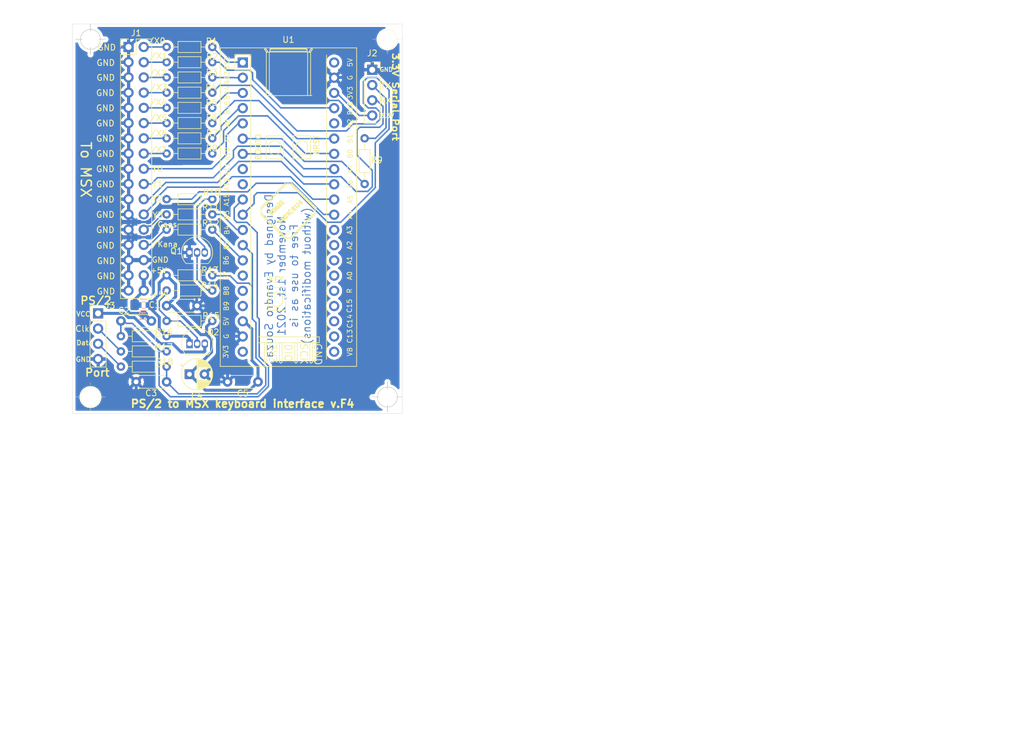
<source format=kicad_pcb>
(kicad_pcb (version 20211014) (generator pcbnew)
  (layers (0 "F.Cu" jumper) (31 "B.Cu" mixed) (34 "B.Paste" user) (35 "F.Paste" user) (36 "B.SilkS" user "B.Silkscreen") (37 "F.SilkS" user "F.Silkscreen") (38 "B.Mask" user) (39 "F.Mask" user) (44 "Edge.Cuts" user))
  (net 0 "")
  (net 1 "GNDD")
  (net 2 "+5VD")
  (net 3 "/X0")
  (net 4 "/X1")
  (net 5 "/X2")
  (net 6 "/X3")
  (net 7 "/X4")
  (net 8 "/X5")
  (net 9 "/X6")
  (net 10 "/X7")
  (net 11 "/PS2DataPin")
  (net 12 "/PS2ClkPin")
  (net 13 "/+5V_PS2_Keyboard")
  (net 14 "/3.3V_Serial_RX")
  (net 15 "/3.3V_Serial_TX")
  (net 16 "Net-(Q1-Pad2)")
  (net 17 "Net-(Q2-Pad2)")
  (net 18 "Net-(U1-Pad20)")
  (net 19 "Net-(U1-Pad26)")
  (net 20 "Net-(U1-Pad25)")
  (net 21 "Net-(U1-Pad24)")
  (net 22 "Net-(U1-Pad23)")
  (net 23 "Net-(U1-Pad22)")
  (net 24 "Net-(U1-Pad21)")
  (net 25 "/Y1")
  (net 26 "/Y0")
  (net 27 "/CapsLed")
  (net 28 "/KanaLed")
  (net 29 "/Y3")
  (net 30 "/Y2")
  (net 31 "/PS2Clk")
  (net 32 "/PS2Data")
  (net 33 "/KanaL")
  (net 34 "/CapsL")
  (net 35 "/X6'")
  (net 36 "/X7'")
  (net 37 "Net-(R10-Pad2)")
  (net 38 "/X1'")
  (net 39 "/X2'")
  (net 40 "/X3'")
  (net 41 "/X4'")
  (net 42 "/X5'")
  (net 43 "Net-(U1-Pad27)")
  (net 44 "Net-(U1-Pad9)")
  (net 45 "Net-(U1-Pad8)")
  (net 46 "Net-(U1-Pad40)")
  (net 47 "Net-(U1-Pad17)")
  (net 48 "Net-(U1-Pad16)")
  (net 49 "Net-(U1-Pad15)")
  (net 50 "Net-(R9-Pad1)")
  (net 51 "Net-(U1-Pad28)")
  (net 52 "Net-(U1-Pad29)")
  (net 53 "Net-(Q1-Pad3)")
  (net 54 "+3V3")
  (net 55 "Net-(F1-Pad2)")
  (net 56 "Net-(U1-Pad36)")
  (net 57 "Net-(R1-Pad2)")
  (footprint "Resistor_THT:R_Axial_DIN0204_L3.6mm_D1.6mm_P7.62mm_Horizontal" (layer "F.Cu") (at 147.32 106.68 180)
    (fp_text reference "R12")
    (fp_text value "10K")
  )
  (footprint "Capacitor_THT:C_Disc_D4.3mm_W1.9mm_P5.00mm" (layer "F.Cu") (at 154.94 132.08 180)
    (fp_text reference "C5")
    (fp_text value "100nF")
  )
  (footprint "Resistor_THT:R_Axial_DIN0204_L3.6mm_D1.6mm_P7.62mm_Horizontal" (layer "F.Cu") (at 147.32 121.92 180)
    (fp_text reference "R15")
    (fp_text value "330K")
  )
  (footprint "Capacitor_THT:C_Disc_D4.3mm_W1.9mm_P5.00mm" (layer "F.Cu") (at 139.7 132.08 180)
    (fp_text reference "C3")
    (fp_text value "220pF")
  )
  (footprint "Resistor_THT:R_Axial_DIN0204_L3.6mm_D1.6mm_P7.62mm_Horizontal" (layer "F.Cu") (at 139.7 129.54 180)
    (fp_text reference "R18")
    (fp_text value "22R")
  )
  (footprint "Capacitor_THT:C_Disc_D4.3mm_W1.9mm_P5.00mm" (layer "F.Cu") (at 139.7 119.38)
    (fp_text reference "C1")
    (fp_text value "100nF")
  )
  (footprint "Capacitor_THT:C_Disc_D4.3mm_W1.9mm_P5.00mm" (layer "F.Cu") (at 132.08 121.92)
    (fp_text reference "C2")
    (fp_text value "220pF")
  )
  (footprint "Resistor_THT:R_Axial_DIN0204_L3.6mm_D1.6mm_P7.62mm_Horizontal" (layer "F.Cu") (at 139.7 81.28)
    (fp_text reference "R3")
    (fp_text value "22R")
  )
  (footprint "Resistor_THT:R_Axial_DIN0204_L3.6mm_D1.6mm_P7.62mm_Horizontal" (layer "F.Cu") (at 139.7 86.36)
    (fp_text reference "R5")
    (fp_text value "22R")
  )
  (footprint "Resistor_THT:R_Axial_DIN0204_L3.6mm_D1.6mm_P7.62mm_Horizontal" (layer "F.Cu") (at 139.7 88.9)
    (fp_text reference "R6")
    (fp_text value "22R")
  )
  (footprint "Resistor_THT:R_Axial_DIN0204_L3.6mm_D1.6mm_P7.62mm_Horizontal" (layer "F.Cu") (at 139.7 91.44)
    (fp_text reference "R7")
    (fp_text value "22R")
  )
  (footprint "Resistor_THT:R_Axial_DIN0204_L3.6mm_D1.6mm_P7.62mm_Horizontal" (layer "F.Cu") (at 139.7 76.2)
    (fp_text reference "R1")
    (fp_text value "22R")
  )
  (footprint "Resistor_THT:R_Axial_DIN0204_L3.6mm_D1.6mm_P7.62mm_Horizontal" (layer "F.Cu") (at 139.7 83.82)
    (fp_text reference "R4")
    (fp_text value "22R")
  )
  (footprint "Resistor_THT:R_Axial_DIN0204_L3.6mm_D1.6mm_P7.62mm_Horizontal" (layer "F.Cu") (at 147.32 101.6 180)
    (fp_text reference "R10")
    (fp_text value "33K")
  )
  (footprint "Resistor_THT:R_Axial_DIN0204_L3.6mm_D1.6mm_P7.62mm_Horizontal" (layer "F.Cu") (at 139.7 116.84)
    (fp_text reference "R14")
    (fp_text value "33K")
  )
  (footprint "Package_TO_SOT_THT:TO-92_Inline" (layer "F.Cu") (at 143.5227 125.73)
    (fp_text reference "Q2")
    (fp_text value "2N2907")
  )
  (footprint "Package_TO_SOT_THT:TO-92_Inline" (layer "F.Cu") (at 143.51 110.49)
    (fp_text reference "Q1")
    (fp_text value "2SC1815")
  )
  (footprint "Resistor_THT:R_Axial_DIN0204_L3.6mm_D1.6mm_P7.62mm_Horizontal" (layer "F.Cu") (at 147.32 104.14 180)
    (fp_text reference "R11")
    (fp_text value "10K")
  )
  (footprint "Resistor_THT:R_Axial_DIN0204_L3.6mm_D1.6mm_P7.62mm_Horizontal" (layer "F.Cu") (at 139.7 114.3)
    (fp_text reference "R13")
    (fp_text value "10K")
  )
  (footprint "Resistor_THT:R_Axial_DIN0204_L3.6mm_D1.6mm_P7.62mm_Horizontal" (layer "F.Cu") (at 139.7 124.46 180)
    (fp_text reference "R16")
    (fp_text value "10K")
  )
  (footprint "MountingHole:MountingHole_2.7mm_M2.5_DIN965" (layer "F.Cu") (at 176.53 134.62)
    (fp_text reference "REF**" hide)
    (fp_text value "MountingHole_2.7mm_M2.5_DIN965")
  )
  (footprint "MountingHole:MountingHole_2.7mm_M2.5_DIN965" (layer "F.Cu") (at 127 134.62)
    (fp_text reference "REF**" hide)
    (fp_text value "MountingHole_2.7mm_M2.5_DIN965")
  )
  (footprint "MountingHole:MountingHole_2.7mm_M2.5_DIN965" (layer "F.Cu") (at 176.53 74.93)
    (fp_text reference "REF**" hide)
    (fp_text value "MountingHole_2.7mm_M2.5_DIN965")
  )
  (footprint "MountingHole:MountingHole_2.7mm_M2.5_DIN965" (layer "F.Cu") (at 127 74.93)
    (fp_text reference "REF**" hide)
    (fp_text value "MountingHole_2.7mm_M2.5_DIN965")
  )
  (footprint "Resistor_THT:R_Axial_DIN0204_L3.6mm_D1.6mm_P7.62mm_Horizontal" (layer "F.Cu") (at 139.7 93.98)
    (fp_text reference "R8")
    (fp_text value "22R")
  )
  (footprint "Capacitor_THT:CP_Radial_D5.0mm_P2.50mm" (layer "F.Cu") (at 143.51 130.81)
    (fp_text reference "C4")
    (fp_text value "47uF x 10V")
  )
  (footprint "BlueBlackPill:BlackPill-minif4_board-1" (layer "F.Cu") (at 152.4 78.7908)
    (fp_text reference "U1")
    (fp_text value "WeAct Studio STM32F401CEU6 V3.0+ (Black Pill)" hide)
  )
  (footprint "Connector_PinSocket_2.54mm:PinSocket_1x04_P2.54mm_Vertical" (layer "F.Cu") (at 173.99 80.01)
    (fp_text reference "J2")
    (fp_text value "Conn_01x04")
  )
  (footprint "Resistor_THT:R_Axial_DIN0204_L3.6mm_D1.6mm_P7.62mm_Horizontal" (layer "F.Cu") (at 172.72 99.06 90)
    (fp_text reference "R9")
    (fp_text value "22R")
  )
  (footprint "Resistor_THT:R_Axial_DIN0204_L3.6mm_D1.6mm_P7.62mm_Horizontal" (layer "F.Cu") (at 139.7 127 180)
    (fp_text reference "R17")
    (fp_text value "22R")
  )
  (footprint "Connector_PinHeader_2.54mm:PinHeader_1x04_P2.54mm_Vertical" (layer "F.Cu") (at 128.27 120.65)
    (fp_text reference "J3")
    (fp_text value "Conn_01x04" hide)
  )
  (footprint "Resistor_THT:R_Axial_DIN0204_L3.6mm_D1.6mm_P7.62mm_Horizontal" (layer "F.Cu") (at 139.7 78.74)
    (fp_text reference "R2")
    (fp_text value "22R")
  )
  (footprint "Connector_PinHeader_2.54mm:PinHeader_2x17_P2.54mm_Vertical" (layer "F.Cu") (at 133.35 76.2)
    (fp_text reference "J1")
    (fp_text value "Conn_02x17_Odd_Even")
  )
  (footprint "BlueBlackPill:Fuse_1206_0603_3216Metric_Pad1.42x1.75mm_HandSolder" (layer "B.Cu") (at 135.85698 119.25554 180)
    (fp_text reference "F1")
    (fp_text value "350mA Polyfuse SMD 0603 or 1206")
  )
  (gr_line (start 124 137.365) (end 179 137.365) (layer "Edge.Cuts") (width 0.05))
  (gr_line (start 124 72.365) (end 124 137.365) (layer "Edge.Cuts") (width 0.05))
  (gr_line (start 179 72.365) (end 124 72.365) (layer "Edge.Cuts") (width 0.05))
  (gr_line (start 179 137.365) (end 179 72.365) (layer "Edge.Cuts") (width 0.05))
  (gr_text "Designed by Evandro Souza\nNovember 1st, 2021\nFree to use as is\n(without modifications)" (at 159.91586 114.4016 90) (layer "B.Cu") (effects (font (size 1.3 1.3)) (justify mirror)))
  (gr_text "GND" (at 129.4765 86.40064) (layer "F.SilkS") (effects (font (size 1 1))))
  (gr_text "GND" (at 129.4765 88.94064) (layer "F.SilkS") (effects (font (size 1 1))))
  (gr_text "GND" (at 129.4765 91.48064) (layer "F.SilkS") (effects (font (size 1 1))))
  (gr_text "GND" (at 129.4765 94.02064) (layer "F.SilkS") (effects (font (size 1 1))))
  (gr_text "GND" (at 129.4765 96.56064) (layer "F.SilkS") (effects (font (size 1 1))))
  (gr_text "GND" (at 129.4765 99.10064) (layer "F.SilkS") (effects (font (size 1 1))))
  (gr_text "GND" (at 129.4765 101.64064) (layer "F.SilkS") (effects (font (size 1 1))))
  (gr_text "GND" (at 129.4765 104.18064) (layer "F.SilkS") (effects (font (size 1 1))))
  (gr_text "GND" (at 129.4765 106.72064) (layer "F.SilkS") (effects (font (size 1 1))))
  (gr_text "GND" (at 129.49682 109.33684) (layer "F.SilkS") (effects (font (size 1 1))))
  (gr_text "GND" (at 129.5781 111.90478) (layer "F.SilkS") (effects (font (size 1 1))))
  (gr_text "GND" (at 129.5781 114.44478) (layer "F.SilkS") (effects (font (size 1 1))))
  (gr_text "GND" (at 129.5781 116.98478) (layer "F.SilkS") (effects (font (size 1 1))))
  (gr_text "To MSX" (at 126.23038 96.6724 -90) (layer "F.SilkS") (effects (font (size 1.7 1.7) (thickness 0.25))))
  (gr_text "VCC" (at 125.79604 120.76938) (layer "F.SilkS") (effects (font (size 0.8 0.8))))
  (gr_text "Clk" (at 125.6538 123.21286) (layer "F.SilkS") (effects (font (size 1 1))))
  (gr_text "Data" (at 126.02972 125.56236) (layer "F.SilkS") (effects (font (size 0.8 0.8))))
  (gr_text "GND" (at 125.79604 128.3335) (layer "F.SilkS") (effects (font (size 0.8 0.8))))
  (gr_text "PS/2" (at 127.90932 118.5164) (layer "F.SilkS") (effects (font (size 1.3 1.3) (thickness 0.25))))
  (gr_text "TX" (at 176.2506 82.65414) (layer "F.SilkS") (effects (font (size 1 1))))
  (gr_text "RX" (at 176.22266 85.1281) (layer "F.SilkS") (effects (font (size 1 1))))
  (gr_text "3.3V Serial Port" (at 177.8508 84.52612 -90) (layer "F.SilkS") (effects (font (size 1 1.2) (thickness 0.25))))
  (gr_text "+5V" (at 138.3538 113.48212) (layer "F.SilkS") (effects (font (size 0.9 0.9))))
  (gr_text "/X0" (at 138.025 75.2) (layer "F.SilkS") (effects (font (size 1 1))))
  (gr_text "/X1" (at 138.40206 77.6732) (layer "F.SilkS") (effects (font (size 1 1))))
  (gr_text "/X2" (at 138.20394 80.55102) (layer "F.SilkS") (effects (font (size 1 1))))
  (gr_text "/X3" (at 138.3538 82.94878) (layer "F.SilkS") (effects (font (size 1 1))))
  (gr_text "/X5" (at 138.3538 88.0237) (layer "F.SilkS") (effects (font (size 1 1))))
  (gr_text "/X6" (at 138.3538 90.61196) (layer "F.SilkS") (effects (font (size 1 1))))
  (gr_text "Y0" (at 138.17346 96.51746) (layer "F.SilkS") (effects (font (size 1 1))))
  (gr_text "Y1" (at 138.176 99.10572) (layer "F.SilkS") (effects (font (size 1 1))))
  (gr_text "Y2" (at 138.176 101.55936) (layer "F.SilkS") (effects (font (size 1 1))))
  (gr_text "Y3" (at 138.23442 104.28224) (layer "F.SilkS") (effects (font (size 1 1))))
  (gr_text "GND" (at 129.54254 78.83906) (layer "F.SilkS") (effects (font (size 1 1))))
  (gr_text "GND" (at 129.54254 81.31556) (layer "F.SilkS") (effects (font (size 1 1))))
  (gr_text "GND" (at 129.4765 83.86064) (layer "F.SilkS") (effects (font (size 1 1))))
  (gr_text "/Caps" (at 137.16254 105.82148) (layer "F.SilkS") (effects (font (size 0.9 0.9)) (justify left)))
  (gr_text "/X7" (at 138.3538 93.34246) (layer "F.SilkS") (effects (font (size 0.9 0.9))))
  (gr_text "/Kana" (at 137.16254 109.12348) (layer "F.SilkS") (effects (font (size 0.9 0.9)) (justify left)))
  (gr_text "3.3V" (at 176.46142 87.67318) (layer "F.SilkS") (effects (font (size 0.7 0.7))))
  (gr_text "/X4" (at 138.303 85.43544) (layer "F.SilkS") (effects (font (size 1 1))))
  (gr_text "GND" (at 176.32934 79.96682) (layer "F.SilkS") (effects (font (size 0.7 0.7))))
  (gr_text "GND" (at 138.63828 111.72444) (layer "F.SilkS") (effects (font (size 0.9 0.9))))
  (gr_text "+5V" (at 138.60018 117.5131) (layer "F.SilkS") (effects (font (size 0.9 0.9))))
  (gr_text "PS/2 to MSX keyboard interface v.F4" (at 152.36698 135.72744) (layer "F.SilkS") (effects (font (size 1.3 1.3) (thickness 0.3))))
  (gr_text "GND" (at 129.71526 76.28128) (layer "F.SilkS") (effects (font (size 1 1))))
  (gr_text "Port" (at 128.143 130.54076) (layer "F.SilkS") (effects (font (size 1.3 1.3) (thickness 0.25))))
  (target plus (at 176.53 134.62) (size 5) (width 0.05) (layer "B.Cu"))
  (target plus (at 127 74.93) (size 5) (width 0.05) (layer "B.Cu"))
  (target plus (at 127 134.62) (size 5) (width 0.05) (layer "F.SilkS"))
  (target plus (at 176.53 74.93) (size 5) (width 0.05) (layer "F.SilkS"))
  (target plus (at 176.53 134.62) (size 5) (width 0.05) (layer "F.SilkS"))
  (target plus (at 127 74.93) (size 5) (width 0.05) (layer "F.SilkS"))
  (target plus (at 176.53 134.62) (size 5) (width 0.05) (layer "Edge.Cuts"))
  (target plus (at 127 74.93) (size 5) (width 0.05) (layer "Edge.Cuts"))
  (segment (start 167.894 76.5175) (end 171.9872 76.5175) (width 0.5) (layer "B.Cu") (net 1))
  (segment (start 171.7567 76.24) (end 171.7675 76.2508) (width 0.5) (layer "B.Cu") (net 1))
  (segment (start 127.6985 118.745) (end 127.6985 114.3) (width 0.5) (layer "B.Cu") (net 1))
  (segment (start 127.6985 109.22) (end 127.6985 104.14) (width 0.5) (layer "B.Cu") (net 1))
  (segment (start 127.6985 104.14) (end 127.6985 99.06) (width 0.5) (layer "B.Cu") (net 1))
  (segment (start 127.6985 99.06) (end 127.6985 88.9) (width 0.5) (layer "B.Cu") (net 1))
  (segment (start 127.6985 88.9) (end 127.6985 83.82) (width 0.5) (layer "B.Cu") (net 1))
  (segment (start 127.6985 114.3) (end 127.6985 109.22) (width 0.5) (layer "B.Cu") (net 1))
  (segment (start 129.6035 132.08) (end 127.0635 129.54) (width 0.5) (layer "B.Cu") (net 1))
  (segment (start 171.5135 130.175) (end 171.5135 130.81) (width 0.5) (layer "B.Cu") (net 1))
  (segment (start 171.5135 128.905) (end 171.5135 130.175) (width 0.5) (layer "B.Cu") (net 1))
  (segment (start 170.561 131.7625) (end 171.5135 130.81) (width 0.5) (layer "B.Cu") (net 1))
  (segment (start 169.291 133.0325) (end 170.561 131.7625) (width 0.5) (layer "B.Cu") (net 1))
  (segment (start 168.3385 133.985) (end 169.291 133.0325) (width 0.5) (layer "B.Cu") (net 1))
  (segment (start 131.5085 133.985) (end 132.1435 134.62) (width 0.5) (layer "B.Cu") (net 1))
  (segment (start 129.6035 132.08) (end 130.7465 133.223) (width 0.5) (layer "B.Cu") (net 1))
  (segment (start 130.7465 133.223) (end 131.5085 133.985) (width 0.5) (layer "B.Cu") (net 1))
  (segment (start 127.0635 129.54) (end 127.0635 131.318) (width 0.5) (layer "B.Cu") (net 1))
  (segment (start 129.9845 133.985) (end 129.8575 134.112) (width 0.5) (layer "B.Cu") (net 1))
  (segment (start 131.5085 133.985) (end 129.9845 133.985) (width 0.5) (layer "B.Cu") (net 1))
  (segment (start 132.1435 134.62) (end 130.3655 134.62) (width 0.5) (layer "B.Cu") (net 1))
  (segment (start 129.8575 134.112) (end 130.3655 134.62) (width 0.5) (layer "B.Cu") (net 1))
  (segment (start 166.9415 135.382) (end 168.3385 133.985) (width 0.5) (layer "B.Cu") (net 1))
  (segment (start 133.32714 81.31556) (end 127.67564 81.31556) (width 0.5) (layer "B.Cu") (net 1))
  (segment (start 133.36016 86.28888) (end 127.70866 86.28888) (width 0.5) (layer "B.Cu") (net 1))
  (segment (start 133.36016 91.48826) (end 127.70866 91.48826) (width 0.5) (layer "B.Cu") (net 1))
  (segment (start 133.36016 96.55556) (end 127.70866 96.55556) (width 0.5) (layer "B.Cu") (net 1))
  (segment (start 133.36016 101.61524) (end 127.70866 101.61524) (width 0.5) (layer "B.Cu") (net 1))
  (segment (start 137.13968 107.94492) (end 137.9855 107.0991) (width 0.7) (layer "B.Cu") (net 1))
  (segment (start 137.9474 107.1499) (end 137.9474 106.1847) (width 0.7) (layer "B.Cu") (net 1))
  (segment (start 137.9474 106.15676) (end 138.6205 105.48366) (width 0.7) (layer "B.Cu") (net 1))
  (segment (start 135.382 105.41) (end 136.398 105.41) (width 0.4) (layer "B.Cu") (net 1))
  (segment (start 133.31698 109.23016) (end 134.58698 107.96016) (width 0.5) (layer "B.Cu") (net 1))
  (segment (start 134.55904 107.95) (end 133.28904 106.68) (width 0.5) (layer "B.Cu") (net 1))
  (segment (start 133.33222 106.67492) (end 134.60222 105.40492) (width 0.5) (layer "B.Cu") (net 1))
  (segment (start 134.61238 105.39476) (end 133.34238 104.12476) (width 0.5) (layer "B.Cu") (net 1))
  (segment (start 127.6985 80.09636) (end 131.59486 76.2) (width 0.5) (layer "B.Cu") (net 1))
  (segment (start 169.86758 78.4225) (end 169.8625 78.42758) (width 0.5) (layer "B.Cu") (net 1))
  (segment (start 149.86 132.08) (end 149.86 127.45974) (width 0.5) (layer "B.Cu") (net 1))
  (segment (start 169.1386 85.8647) (end 169.1386 88.39454) (width 0.25) (layer "B.Cu") (net 1))
  (segment (start 160.274 133.2992) (end 160.3248 133.35) (width 0.5) (layer "B.Cu") (net 1))
  (segment (start 137.541 104.6226) (end 137.541 103.9368) (width 0.7) (layer "B.Cu") (net 1))
  (segment (start 143.425 111.75) (end 135.87961 111.75) (width 0.7) (layer "B.Cu") (net 1))
  (segment (start 133.35 78.74) (end 133.3373 78.7527) (width 0.5) (layer "B.Cu") (net 1))
  (segment (start 173.99 80.01) (end 174.66818 80.01) (width 0.5) (layer "B.Cu") (net 1))
  (segment (start 135.255 74.295) (end 169.7863 74.295) (width 0.5) (layer "B.Cu") (net 1))
  (segment (start 145.58264 114.88928) (end 145.58264 113.03) (width 0.5) (layer "B.Cu") (net 1))
  (segment (start 135.32104 107.95) (end 136.63676 107.95) (width 0.4) (layer "B.Cu") (net 1))
  (segment (start 145.86458 105.41508) (end 148.54936 105.41508) (width 0.5) (layer "B.Cu") (net 1))
  (segment (start 131.5085 133.985) (end 133.921502 136.398) (width 0.5) (layer "B.Cu") (net 1))
  (segment (start 146.6342 102.87) (end 148.68144 102.87) (width 0.5) (layer "B.Cu") (net 1))
  (segment (start 127.68072 116.84) (end 133.35 116.84) (width 0.5) (layer "B.Cu") (net 1))
  (segment (start 169.7863 74.295) (end 169.8117 74.3204) (width 0.5) (layer "B.Cu") (net 1))
  (segment (start 138.5951 105.5116) (end 138.6967 105.41) (width 0.7) (layer "B.Cu") (net 1))
  (segment (start 169.8625 81.2165) (end 169.799 81.28) (width 0.5) (layer "B.Cu") (net 1))
  (segment (start 163.9824 129.54) (end 171.5135 129.54) (width 0.5) (layer "B.Cu") (net 1))
  (segment (start 127.6985 83.82) (end 127.6985 80.09636) (width 0.5) (layer "B.Cu") (net 1))
  (segment (start 171.5135 130.81) (end 171.45 130.7465) (width 0.5) (layer "B.Cu") (net 1))
  (segment (start 166.72052 85.12302) (end 168.39692 85.12302) (width 0.25) (layer "B.Cu") (net 1))
  (segment (start 130.90652 105.42016) (end 130.9243 105.40238) (width 0.7) (layer "B.Cu") (net 1))
  (segment (start 134.62 132.08) (end 134.62 133.35) (width 0.5) (layer "B.Cu") (net 1))
  (segment (start 133.35 83.82) (end 127.6985 83.82) (width 0.5) (layer "B.Cu") (net 1))
  (segment (start 144.7 119.38) (end 144.7 116.92128) (width 0.5) (layer "B.Cu") (net 1))
  (segment (start 126.38786 128.86436) (end 127.0635 129.54) (width 0.5) (layer "B.Cu") (net 1))
  (segment (start 145.86966 107.53344) (end 145.86966 103.63454) (width 0.5) (layer "B.Cu") (net 1))
  (segment (start 130.82524 104.13492) (end 130.82016 104.14) (width 0.5) (layer "B.Cu") (net 1))
  (segment (start 133.9215 136.398) (end 133.985 136.398) (width 0.5) (layer "B.Cu") (net 1))
  (segment (start 133.35 114.3) (end 127.6985 114.3) (width 0.5) (layer "B.Cu") (net 1))
  (segment (start 132.1435 134.62) (end 133.9215 136.398) (width 0.5) (layer "B.Cu") (net 1))
  (segment (start 170.18508 78.74) (end 169.86758 78.4225) (width 0.5) (layer "B.Cu") (net 1))
  (segment (start 130.8481 78.7908) (end 130.8481 78.7019) (width 0.5) (layer "B.Cu") (net 1))
  (segment (start 127.70866 81.84134) (end 127.70866 81.84896) (width 0.5) (layer "B.Cu") (net 1))
  (segment (start 165.735 74.3115) (end 169.88282 78.45932) (width 0.5) (layer "B.Cu") (net 1))
  (segment (start 150.55596 124.45492) (end 150.56104 124.46) (width 0.5) (layer "B.Cu") (net 1))
  (segment (start 159.2072 134.366) (end 167.8305 134.366) (width 0.5) (layer "B.Cu") (net 1))
  (segment (start 130.8989 107.95508) (end 135.1915 107.95508) (width 0.7) (layer "B.Cu") (net 1))
  (segment (start 157.1244 136.398) (end 156.3624 136.398) (width 0.5) (layer "B.Cu") (net 1))
  (segment (start 137.16 121.92) (end 135.884978 120.644978) (width 0.5) (layer "B.Cu") (net 1))
  (segment (start 136.74344 105.41762) (end 137.5283 104.63276) (width 0.7) (layer "B.Cu") (net 1))
  (segment (start 167.64 81.3308) (end 165.9636 83.0072) (width 0.25) (layer "B.Cu") (net 1))
  (segment (start 135.884978 120.644978) (end 133.596438 120.644978) (width 0.5) (layer "B.Cu") (net 1))
  (segment (start 128.68275 132.93725) (end 129.8575 134.112) (width 0.5) (layer "B.Cu") (net 1))
  (segment (start 131.59486 76.2) (end 133.35 76.2) (width 0.5) (layer "B.Cu") (net 1))
  (segment (start 130.81 77.04328) (end 130.81 119.0625) (width 0.5) (layer "B.Cu") (net 1))
  (segment (start 129.6035 132.08) (end 128.74625 132.93725) (width 0.5) (layer "B.Cu") (net 1))
  (segment (start 138.6967 105.41) (end 141.9606 105.41) (width 0.7) (layer "B.Cu") (net 1))
  (segment (start 143.51 115.73128) (end 143.51 105.42016) (width 0.5) (layer "B.Cu") (net 1))
  (segment (start 133.95198 104.14) (end 133.477 104.14) (width 0.25) (layer "B.Cu") (net 1))
  (segment (start 133.35 76.2) (end 135.255 74.295) (width 0.5) (layer "B.Cu") (net 1))
  (segment (start 146.01 130.81) (end 147.28 132.08) (width 0.5) (layer "B.Cu") (net 1))
  (segment (start 171.45 130.7465) (end 171.45 129.67) (width 0.5) (layer "B.Cu") (net 1))
  (segment (start 127.6985 118.745) (end 126.95936 118.745) (width 0.5) (layer "B.Cu") (net 1))
  (segment (start 149.86 127.45974) (end 150.55342 126.76632) (width 0.5) (layer "B.Cu") (net 1))
  (segment (start 130.8481 78.7019) (end 127.70866 81.84134) (width 0.5) (layer "B.Cu") (net 1))
  (segment (start 150.5585 126.76124) (end 150.5585 122.8217) (width 0.5) (layer "B.Cu") (net 1))
  (segment (start 127.67056 116.82984) (end 127.68072 116.84) (width 0.5) (layer "B.Cu") (net 1))
  (segment (start 171.45 78.74) (end 170.18508 78.74) (width 0.5) (layer "B.Cu") (net 1))
  (segment (start 150.5585 122.8217) (end 149.2758 121.539) (width 0.5) (layer "B.Cu") (net 1))
  (segment (start 143.51 104.42702) (end 141.95298 102.87) (width 0.5) (layer "B.Cu") (net 1))
  (segment (start 174.66818 80.01) (end 177.61712 82.95894) (width 0.5) (layer "B.Cu") (net 1))
  (segment (start 146.29336 115.6) (end 145.58264 114.88928) (width 0.5) (layer "B.Cu") (net 1))
  (segment (start 165.735 74.295) (end 165.735 74.3115) (width 0.5) (layer "B.Cu") (net 1))
  (segment (start 147.80768 109.39526) (end 147.73148 109.39526) (width 0.5) (layer "B.Cu") (net 1))
  (segment (start 162.3568 131.191) (end 171.0055 131.191) (width 0.5) (layer "B.Cu") (net 1))
  (segment (start 135.89 136.26084) (end 133.82752 134.19836) (width 0.5) (layer "B.Cu") (net 1))
  (segment (start 152.3492 124.46) (end 152.4 124.5108) (width 0.5) (layer "B.Cu") (net 1))
  (segment (start 169.8625 78.42758) (end 169.8625 83.439) (width 0.5) (layer "B.Cu") (net 1))
  (segment (start 127.0635 131.318) (end 128.68275 132.93725) (width 0.5) (layer "B.Cu") (net 1))
  (segment (start 129.0447 78.7527) (end 127.6985 80.0989) (width 0.5) (layer "B.Cu") (net 1))
  (segment (start 135.89 136.398) (end 135.89 136.26084) (width 0.5) (layer "B.Cu") (net 1))
  (segment (start 145.86966 103.63454) (end 146.6342 102.87) (width 0.5) (layer "B.Cu") (net 1))
  (segment (start 130.90652 107.94746) (end 130.8989 107.95508) (width 0.7) (layer "B.Cu") (net 1))
  (segment (start 171.8945 76.3778) (end 171.8945 78.74) (width 0.5) (layer "B.Cu") (net 1))
  (segment (start 143.51 105.42016) (end 143.51 104.42702) (width 0.5) (layer "B.Cu") (net 1))
  (segment (start 132.08 136.398) (end 141.478 136.398) (width 0.5) (layer "B.Cu") (net 1))
  (segment (start 163.322 130.2004) (end 163.3474 130.175) (width 0.5) (layer "B.Cu") (net 1))
  (segment (start 160.3248 133.35) (end 168.9735 133.35) (width 0.5) (layer "B.Cu") (net 1))
  (segment (start 144.7 116.92128) (end 143.51 115.73128) (width 0.5) (layer "B.Cu") (net 1))
  (segment (start 127.71374 93.98) (end 127.70358 93.96984) (width 0.5) (layer "B.Cu") (net 1))
  (segment (start 136.51992 105.41762) (end 136.74344 105.41762) (width 0.7) (layer "B.Cu") (net 1))
  (segment (start 133.921502 136.398) (end 138.43 136.398) (width 0.5) (layer "B.Cu") (net 1))
  (segment (start 161.3154 132.207) (end 170.1165 132.207) (width 0.5) (layer "B.Cu") (net 1))
  (segment (start 133.45668 107.95254) (end 133.4135 107.90936) (width 0.7) (layer "B.Cu") (net 1))
  (segment (start 141.478 136.398) (end 165.862 136.398) (width 0.5) (layer "B.Cu") (net 1))
  (segment (start 133.35 134.62) (end 132.1435 134.62) (width 0.5) (layer "B.Cu") (net 1))
  (segment (start 130.83032 77.02296) (end 130.81 77.04328) (width 0.5) (layer "B.Cu") (net 1))
  (segment (start 130.82016 104.14) (end 127.6985 104.14) (width 0.5) (layer "B.Cu") (net 1))
  (segment (start 165.862 136.398) (end 166.878 135.382) (width 0.5) (layer "B.Cu") (net 1))
  (segment (start 133.35 93.98) (end 127.71374 93.98) (width 0.5) (layer "B.Cu") (net 1))
  (segment (start 171.1071 75.565) (end 171.1325 75.5904) (width 0.5) (layer "B.Cu") (net 1))
  (segment (start 161.29 132.2324) (end 161.3154 132.207) (width 0.5) (layer "B.Cu") (net 1))
  (segment (start 173.99 78.4479) (end 173.99 80.01) (width 0.5) (layer "B.Cu") (net 1))
  (segment (start 169.799 74.295) (end 169.8371 74.295) (width 0.5) (layer "B.Cu") (net 1))
  (segment (start 147.73148 109.39526) (end 145.86966 107.53344) (width 0.5) (layer "B.Cu") (net 1))
  (segment (start 165.9636 84.3661) (end 166.72052 85.12302) (width 0.25) (layer "B.Cu") (net 1))
  (segment (start 147.80768 110.80496) (end 147.80768 109.39526) (width 0.5) (layer "B.Cu") (net 1))
  (segment (start 133.596438 120.644978) (end 131.72186 118.7704) (width 0.5) (layer "B.Cu") (net 1))
  (segment (start 133.35 109.22) (end 127.6985 109.22) (width 0.5) (layer "B.Cu") (net 1))
  (segment (start 168.39692 85.12302) (end 169.1386 85.8647) (width 0.25) (layer "B.Cu") (net 1))
  (segment (start 130.3655 134.62) (end 132.1435 136.398) (width 0.5) (layer "B.Cu") (net 1))
  (segment (start 169.799 81.28) (end 167.7035 81.28) (width 0.5) (layer "B.Cu") (net 1))
  (segment (start 132.1435 136.398) (end 132.207 136.398) (width 0.5) (layer "B.Cu") (net 1))
  (segment (start 147.28 132.08) (end 149.86 132.08) (width 0.5) (layer "B.Cu") (net 1))
  (segment (start 147.1368 119.4) (end 144.72 119.4) (width 0.5) (layer "B.Cu") (net 1))
  (segment (start 136.49198 107.95254) (end 137.11428 107.95254) (width 0.7) (layer "B.Cu") (net 1))
  (segment (start 127.6985 80.0989) (end 127.6985 116.84) (width 0.5) (layer "B.Cu") (net 1))
  (segment (start 141.9606 105.41) (end 143.49984 105.41) (width 0.5) (layer "B.Cu") (net 1))
  (segment (start 149.2758 121.539) (end 147.1368 119.4) (width 0.5) (layer "B.Cu") (net 1))
  (segment (start 131.72186 118.7704) (end 127.7239 118.7704) (width 0.5) (layer "B.Cu") (net 1))
  (segment (start 149.2758 121.539) (end 149.2758 116.5758) (width 0.5) (layer "B.Cu") (net 1))
  (segment (start 151.8285 74.295) (end 151.892 74.295) (width 0.5) (layer "B.Cu") (net 1))
  (segment (start 166.8145 135.382) (end 158.1404 135.382) (width 0.5) (layer "B.Cu") (net 1))
  (segment (start 128.74625 132.93725) (end 128.68275 132.93725) (width 0.5) (layer "B.Cu") (net 1))
  (segment (start 133.35 88.9) (end 127.6985 88.9) (width 0.5) (layer "B.Cu") (net 1))
  (segment (start 163.9824 129.54) (end 157.1244 136.398) (width 0.5) (layer "B.Cu") (net 1))
  (segment (start 165.9636 83.0072) (end 165.9636 84.3661) (width 0.25) (layer "B.Cu") (net 1))
  (segment (start 127.8128 111.76) (end 135.89 111.76) (width 0.7) (layer "B.Cu") (net 1))
  (segment (start 150.56104 124.46) (end 152.3492 124.46) (width 0.5) (layer "B.Cu") (net 1))
  (segment (start 177.61712 82.95894) (end 177.61712 92.83446) (width 0.5) (layer "B.Cu") (net 1))
  (segment (start 148.3 115.6) (end 146.29336 115.6) (width 0.5) (layer "B.Cu") (net 1))
  (segment (start 127.7239 118.7704) (end 127.6985 118.745) (width 0.5) (layer "B.Cu") (net 1))
  (segment (start 145.58264 113.03) (end 147.80768 110.80496) (width 0.5) (layer "B.Cu") (net 1))
  (segment (start 133.3373 78.7527) (end 129.0447 78.7527) (width 0.5) (layer "B.Cu") (net 1))
  (segment (start 143.41094 110.47984) (end 143.40078 110.49) (width 0.7) (layer "B.Cu") (net 1))
  (segment (start 137.541 103.9368) (end 138.5951 102.8827) (width 0.7) (layer "B.Cu") (net 1))
  (segment (start 126.3904 119.31396) (end 126.3904 120.05056) (width 0.5) (layer "B.Cu") (net 1))
  (segment (start 126.95936 118.745) (end 126.3904 119.31396) (width 0.5) (layer "B.Cu") (net 1))
  (segment (start 130.9243 105.40238) (end 135.21182 105.40238) (width 0.7) (layer "B.Cu") (net 1))
  (segment (start 149.2758 116.5758) (end 148.3 115.6) (width 0.5) (layer "B.Cu") (net 1))
  (segment (start 126.38786 120.0531) (end 126.38786 128.86436) (width 0.5) (layer "B.Cu") (net 1))
  (segment (start 133.35 99.06) (end 127.6985 99.06) (width 0.5) (layer "B.Cu") (net 1))
  (segment (start 138.6332 102.87) (end 141.9606 102.87) (width 0.7) (layer "B.Cu") (net 1))
  (segment (start 143.49984 105.41) (end 143.51 105.42016) (width 0.5) (layer "B.Cu") (net 1))
  (segment (start 144.72 119.4) (end 144.7 119.38) (width 0.5) (layer "B.Cu") (net 1))
  (segment (start 134.62 133.35) (end 133.35 134.62) (width 0.5) (layer "B.Cu") (net 1))
  (segment (start 164.0332 129.54) (end 163.9824 129.54) (width 0.5) (layer "B.Cu") (net 1))
  (segment (start 126.3904 120.05056) (end 126.38786 120.0531) (width 0.5) (layer "B.Cu") (net 1))
  (segment (start 128.27 128.27) (end 128.27 130.81) (width 0.5) (layer "B.Cu") (net 1))
  (segment (start 127.8001 111.7473) (end 127.8128 111.76) (width 0.7) (layer "B.Cu") (net 1))
  (segment (start 135.2931 107.95508) (end 135.25246 107.91444) (width 0.6) (layer "B.Cu") (net 1))
  (segment (start 169.8371 74.295) (end 173.99 78.4479) (width 0.5) (layer "B.Cu") (net 1))
  (segment (start 137.0965 136.398) (end 137.16 136.398) (width 0.5) (layer "B.Cu") (net 1))
  (segment (start 136.42848 119.25808) (end 137.34194 119.25808) (width 0.25) (layer "B.Cu") (net 2))
  (segment (start 147.193 125.01118) (end 147.193 127.127) (width 0.5) (layer "B.Cu") (net 2))
  (segment (start 139.7 124.46) (end 138.47826 123.23826) (width 0.5) (layer "B.Cu") (net 2))
  (segment (start 138.47064 121.27484) (end 137.24128 120.04548) (width 0.5) (layer "B.Cu") (net 2))
  (segment (start 137.24128 120.04548) (end 137.24128 118.76024) (width 0.5) (layer "B.Cu") (net 2))
  (segment (start 141.2 115.8) (end 141.2 117.88) (width 0.5) (layer "B.Cu") (net 2))
  (segment (start 147.32 121.92) (end 146.35988 122.88012) (width 0.5) (layer "B.Cu") (net 2))
  (segment (start 137.24128 118.76024) (end 138.45794 117.54358) (width 0.5) (layer "B.Cu") (net 2))
  (segment (start 138.45794 115.54206) (end 139.7 114.3) (width 0.5) (layer "B.Cu") (net 2))
  (segment (start 146.35988 122.88012) (end 146.35988 124.19838) (width 0.5) (layer "B.Cu") (net 2))
  (segment (start 143.51 130.81) (end 143.51 130.81762) (width 0.5) (layer "B.Cu") (net 2))
  (segment (start 153.9113 123.2281) (end 152.6032 121.92) (width 0.5) (layer "B.Cu") (net 2))
  (segment (start 143.5227 125.73) (end 143.5227 124.90196) (width 0.5) (layer "B.Cu") (net 2))
  (segment (start 141.2 117.88) (end 139.7 119.38) (width 0.5) (layer "B.Cu") (net 2))
  (segment (start 138.45794 117.54358) (end 138.45794 115.54206) (width 0.5) (layer "B.Cu") (net 2))
  (segment (start 146.37512 124.1933) (end 147.193 125.01118) (width 0.5) (layer "B.Cu") (net 2))
  (segment (start 139.7 119.38) (end 140.60678 119.38) (width 0.5) (layer "B.Cu") (net 2))
  (segment (start 137.34194 119.25808) (end 137.34448 119.25554) (width 0.25) (layer "B.Cu") (net 2))
  (segment (start 143.5227 124.90196) (end 143.08074 124.46) (width 0.5) (layer "B.Cu") (net 2))
  (segment (start 146.16938 133.477) (end 153.543 133.477) (width 0.5) (layer "B.Cu") (net 2))
  (segment (start 146.1389 124.1933) (end 146.37512 124.1933) (width 0.5) (layer "B.Cu") (net 2))
  (segment (start 140.60678 119.38) (end 145.42262 124.19584) (width 0.5) (layer "B.Cu") (net 2))
  (segment (start 143.08074 124.46) (end 139.7 124.46) (width 0.5) (layer "B.Cu") (net 2))
  (segment (start 151.229999 133.477) (end 146.812 133.477) (width 0.5) (layer "B.Cu") (net 2))
  (segment (start 154.94 132.08) (end 154.94 129.54) (width 0.5) (layer "B.Cu") (net 2))
  (segment (start 154.94 129.54) (end 153.9113 128.5113) (width 0.5) (layer "B.Cu") (net 2))
  (segment (start 153.9113 128.5113) (end 153.9113 123.2281) (width 0.5) (layer "B.Cu") (net 2))
  (segment (start 147.193 127.127) (end 143.51 130.81) (width 0.5) (layer "B.Cu") (net 2))
  (segment (start 152.6032 121.92) (end 152.52851 121.92) (width 0.5) (layer "B.Cu") (net 2))
  (segment (start 138.47826 123.23826) (end 138.47826 121.28754) (width 0.5) (layer "B.Cu") (net 2))
  (segment (start 145.42262 124.19584) (end 146.13382 124.19584) (width 0.5) (layer "B.Cu") (net 2))
  (segment (start 143.51 130.81762) (end 146.16938 133.477) (width 0.5) (layer "B.Cu") (net 2))
  (segment (start 139.7 114.3) (end 141.2 115.8) (width 0.5) (layer "B.Cu") (net 2))
  (segment (start 153.543 133.477) (end 154.94 132.08) (width 0.5) (layer "B.Cu") (net 2))
  (segment (start 135.89 76.2) (end 139.7 76.2) (width 0.25) (layer "B.Cu") (net 3))
  (segment (start 139.7 78.74) (end 135.89 78.74) (width 0.25) (layer "B.Cu") (net 4))
  (segment (start 135.89 81.28) (end 139.7 81.28) (width 0.25) (layer "B.Cu") (net 5))
  (segment (start 139.7 83.82) (end 135.89 83.82) (width 0.25) (layer "B.Cu") (net 6))
  (segment (start 135.89 86.36) (end 139.7 86.36) (width 0.25) (layer "B.Cu") (net 7))
  (segment (start 139.7 88.9) (end 135.89 88.9) (width 0.25) (layer "B.Cu") (net 8))
  (segment (start 135.89 91.44) (end 139.7 91.44) (width 0.25) (layer "B.Cu") (net 9))
  (segment (start 135.89 93.98) (end 139.7 93.98) (width 0.25) (layer "B.Cu") (net 10))
  (segment (start 132.08 129.54) (end 128.27 125.73) (width 0.25) (layer "B.Cu") (net 11))
  (segment (start 128.27 123.19) (end 132.08 127) (width 0.25) (layer "B.Cu") (net 12))
  (segment (start 146.0627 126.98) (end 145.94618 127.09652) (width 0.5) (layer "B.Cu") (net 13))
  (segment (start 132.611496 120.65) (end 128.27 120.65) (width 0.5) (layer "B.Cu") (net 13))
  (segment (start 146.0627 125.73) (end 146.0627 126.98) (width 0.5) (layer "B.Cu") (net 13))
  (segment (start 138.684 125.71984) (end 134.309149 121.344989) (width 0.5) (layer "B.Cu") (net 13))
  (segment (start 140.71854 125.71984) (end 138.684 125.71984) (width 0.5) (layer "B.Cu") (net 13))
  (segment (start 134.309149 121.344989) (end 133.306484 121.344989) (width 0.5) (layer "B.Cu") (net 13))
  (segment (start 133.306484 121.344989) (end 132.611496 120.65) (width 0.5) (layer "B.Cu") (net 13))
  (segment (start 142.09522 127.09652) (end 140.71854 125.71984) (width 0.5) (layer "B.Cu") (net 13))
  (segment (start 145.94618 127.09652) (end 142.09522 127.09652) (width 0.5) (layer "B.Cu") (net 13))
  (segment (start 175.7807 89.04224) (end 175.7807 86.12378) (width 0.25) (layer "B.Cu") (net 14))
  (segment (start 168.81602 97.8408) (end 168.81856 97.84334) (width 0.25) (layer "B.Cu") (net 14))
  (segment (start 171.25696 100.29952) (end 173.2407 100.29952) (width 0.25) (layer "B.Cu") (net 14))
  (segment (start 171.45762 94.25686) (end 171.45762 90.0557) (width 0.25) (layer "B.Cu") (net 14))
  (segment (start 175.7807 86.12378) (end 174.74692 85.09) (width 0.25) (layer "B.Cu") (net 14))
  (segment (start 174.74692 85.09) (end 173.99 85.09) (width 0.25) (layer "B.Cu") (net 14))
  (segment (start 171.45762 90.0557) (end 171.91482 89.5985) (width 0.25) (layer "B.Cu") (net 14))
  (segment (start 168.7957 97.83826) (end 171.25696 100.29952) (width 0.25) (layer "B.Cu") (net 14))
  (segment (start 152.5397 94.0308) (end 158.6992 94.0308) (width 0.25) (layer "B.Cu") (net 14))
  (segment (start 174.01032 96.80956) (end 171.45762 94.25686) (width 0.25) (layer "B.Cu") (net 14))
  (segment (start 162.5092 97.8408) (end 168.81602 97.8408) (width 0.25) (layer "B.Cu") (net 14))
  (segment (start 173.23816 100.30714) (end 173.23816 100.29444) (width 0.25) (layer "B.Cu") (net 14))
  (segment (start 174.01032 99.52228) (end 174.01032 96.80956) (width 0.25) (layer "B.Cu") (net 14))
  (segment (start 158.6992 94.0308) (end 162.5092 97.8408) (width 0.25) (layer "B.Cu") (net 14))
  (segment (start 173.23816 100.29444) (end 174.01032 99.52228) (width 0.25) (layer "B.Cu") (net 14))
  (segment (start 171.91482 89.5985) (end 175.22444 89.5985) (width 0.25) (layer "B.Cu") (net 14))
  (segment (start 175.22444 89.5985) (end 175.7807 89.04224) (width 0.25) (layer "B.Cu") (net 14))
  (segment (start 173.99 82.55508) (end 173.99 82.55) (width 0.25) (layer "B.Cu") (net 15))
  (segment (start 174.52594 91.44) (end 176.29124 89.6747) (width 0.25) (layer "B.Cu") (net 15))
  (segment (start 172.72 91.44) (end 174.52594 91.44) (width 0.25) (layer "B.Cu") (net 15))
  (segment (start 176.29124 84.85632) (end 173.99 82.55508) (width 0.25) (layer "B.Cu") (net 15))
  (segment (start 176.29124 89.6747) (end 176.29124 84.85632) (width 0.25) (layer "B.Cu") (net 15))
  (segment (start 144.78 115.0366) (end 144.78 110.49) (width 0.25) (layer "B.Cu") (net 16))
  (segment (start 146.5834 116.84) (end 144.78 115.0366) (width 0.25) (layer "B.Cu") (net 16))
  (segment (start 147.32 116.84) (end 146.5834 116.84) (width 0.25) (layer "B.Cu") (net 16))
  (segment (start 141.9987 121.92) (end 144.7927 124.714) (width 0.25) (layer "B.Cu") (net 17))
  (segment (start 138.48842 120.07088) (end 139.7 121.28246) (width 0.25) (layer "B.Cu") (net 17))
  (segment (start 139.7 116.92128) (end 139.64412 116.8654) (width 0.5) (layer "B.Cu") (net 17))
  (segment (start 138.48842 118.58752) (end 138.48842 120.07088) (width 0.25) (layer "B.Cu") (net 17))
  (segment (start 139.7 117.37594) (end 138.48842 118.58752) (width 0.25) (layer "B.Cu") (net 17))
  (segment (start 139.7 116.84) (end 139.7 117.37594) (width 0.25) (layer "B.Cu") (net 17))
  (segment (start 139.7 121.28246) (end 139.7 121.92) (width 0.25) (layer "B.Cu") (net 17))
  (segment (start 139.7 121.92) (end 141.9987 121.92) (width 0.25) (layer "B.Cu") (net 17))
  (segment (start 139.67968 116.90096) (end 139.7 116.92128) (width 0.5) (layer "B.Cu") (net 17))
  (segment (start 144.7927 124.714) (end 144.7927 125.73) (width 0.25) (layer "B.Cu") (net 17))
  (segment (start 150.84806 93.43644) (end 151.5237 92.7608) (width 0.25) (layer "B.Cu") (net 25))
  (segment (start 137.125 99.05) (end 138.16402 98.01098) (width 0.25) (layer "B.Cu") (net 25))
  (segment (start 158.8008 92.7608) (end 162.56 96.52) (width 0.25) (layer "B.Cu") (net 25))
  (segment (start 135.89 99.06) (end 137.12444 99.06) (width 0.25) (layer "B.Cu") (net 25))
  (segment (start 150.84806 94.64294) (end 150.84806 93.43644) (width 0.25) (layer "B.Cu") (net 25))
  (segment (start 147.48002 98.01098) (end 150.84806 94.64294) (width 0.25) (layer "B.Cu") (net 25))
  (segment (start 162.56 96.52) (end 168.275 96.52) (width 0.25) (layer "B.Cu") (net 25))
  (segment (start 138.16402 98.01098) (end 147.48002 98.01098) (width 0.25) (layer "B.Cu") (net 25))
  (segment (start 151.5237 92.7608) (end 158.8008 92.7608) (width 0.25) (layer "B.Cu") (net 25))
  (segment (start 147.3 96.5) (end 149.6441 94.1559) (width 0.25) (layer "B.Cu") (net 26))
  (segment (start 151.7142 88.9) (end 152.4 88.9) (width 0.25) (layer "B.Cu") (net 26))
  (segment (start 135.89 96.52) (end 147.275 96.52) (width 0.25) (layer "B.Cu") (net 26))
  (segment (start 149.6441 90.9701) (end 151.7142 88.9) (width 0.25) (layer "B.Cu") (net 26))
  (segment (start 149.6441 94.1559) (end 149.6441 90.9701) (width 0.25) (layer "B.Cu") (net 26))
  (segment (start 137.025579 106.092629) (end 136.477371 106.092629) (width 0.25) (layer "B.Cu") (net 27))
  (segment (start 139.4968 104.14) (end 139.7 104.14) (width 0.25) (layer "B.Cu") (net 27))
  (segment (start 138.978208 104.14) (end 137.025579 106.092629) (width 0.25) (layer "B.Cu") (net 27))
  (segment (start 139.7 104.14) (end 138.978208 104.14) (width 0.25) (layer "B.Cu") (net 27))
  (segment (start 136.477371 106.092629) (end 135.89 106.68) (width 0.25) (layer "B.Cu") (net 27))
  (segment (start 136.895389 109.22) (end 139.435389 106.68) (width 0.25) (layer "B.Cu") (net 28))
  (segment (start 139.435389 106.68) (end 139.7 106.68) (width 0.25) (layer "B.Cu") (net 28))
  (segment (start 135.89 109.22) (end 136.895389 109.22) (width 0.25) (layer "B.Cu") (net 28))
  (segment (start 136.017 104.14) (end 135.89 104.14) (width 0.25) (layer "B.Cu") (net 29))
  (segment (start 164.084 101.6) (end 160.3248 97.8408) (width 0.25) (layer "B.Cu") (net 29))
  (segment (start 137.8585 102.1715) (end 135.89 104.14) (width 0.25) (layer "B.Cu") (net 29))
  (segment (start 148.87448 99.59848) (end 139.83462 99.59848) (width 0.25) (layer "B.Cu") (net 29))
  (segment (start 139.83462 99.59848) (end 137.8585 101.5746) (width 0.25) (layer "B.Cu") (net 29))
  (segment (start 137.8585 101.5746) (end 137.8585 102.1715) (width 0.25) (layer "B.Cu") (net 29))
  (segment (start 150.63216 97.8408) (end 148.87448 99.59848) (width 0.25) (layer "B.Cu") (net 29))
  (segment (start 160.3248 97.8408) (end 150.63216 97.8408) (width 0.25) (layer "B.Cu") (net 29))
  (segment (start 167.64 101.6) (end 164.084 101.6) (width 0.25) (layer "B.Cu") (net 29))
  (segment (start 135.89 101.6) (end 136.42086 101.6) (width 0.25) (layer "B.Cu") (net 30))
  (segment (start 158.8008 95.3008) (end 162.56 99.06) (width 0.25) (layer "B.Cu") (net 30))
  (segment (start 151.7142 95.3008) (end 158.8008 95.3008) (width 0.25) (layer "B.Cu") (net 30))
  (segment (start 135.89 101.6) (end 136.77646 101.6) (width 0.25) (layer "B.Cu") (net 30))
  (segment (start 135.89 101.6) (end 135.89762 101.6) (width 0.25) (layer "B.Cu") (net 30))
  (segment (start 148.21154 98.80346) (end 151.7142 95.3008) (width 0.25) (layer "B.Cu") (net 30))
  (segment (start 162.56 99.06) (end 167.64 99.06) (width 0.25) (layer "B.Cu") (net 30))
  (segment (start 136.77646 101.6) (end 139.573 98.80346) (width 0.25) (layer "B.Cu") (net 30))
  (segment (start 139.573 98.80346) (end 148.21154 98.80346) (width 0.25) (layer "B.Cu") (net 30))
  (segment (start 155.14066 121.58726) (end 154.813 121.2596) (width 0.25) (layer "B.Cu") (net 31))
  (segment (start 156.680331 129.413431) (end 155.14066 127.87376) (width 0.25) (layer "B.Cu") (net 31))
  (segment (start 150.97252 105.02138) (end 150.97252 103.07828) (width 0.25) (layer "B.Cu") (net 31))
  (segment (start 152.4635 101.6) (end 153.0985 101.6) (width 0.25) (layer "B.Cu") (net 31))
  (segment (start 138.45032 132.7023) (end 140.3096 134.56158) (width 0.25) (layer "B.Cu") (net 31))
  (segment (start 133.99516 122.32132) (end 138.67384 127) (width 0.25) (layer "B.Cu") (net 31))
  (segment (start 154.813 121.2596) (end 154.813 107.19308) (width 0.25) (layer "B.Cu") (net 31))
  (segment (start 138.67384 127) (end 139.7 127) (width 0.25) (layer "B.Cu") (net 31))
  (segment (start 140.3096 134.56158) (end 154.956651 134.56158) (width 0.25) (layer "B.Cu") (net 31))
  (segment (start 132.06476 121.93524) (end 132.08 121.92) (width 0.25) (layer "B.Cu") (net 31))
  (segment (start 132.58546 121.92) (end 132.98678 122.32132) (width 0.25) (layer "B.Cu") (net 31))
  (segment (start 138.44524 126.76886) (end 138.44524 132.69722) (width 0.25) (layer "B.Cu") (net 31))
  (segment (start 132.98678 122.32132) (end 133.99516 122.32132) (width 0.25) (layer "B.Cu") (net 31))
  (segment (start 155.14066 127.87376) (end 155.14066 121.58726) (width 0.25) (layer "B.Cu") (net 31))
  (segment (start 156.680331 132.8379) (end 156.680331 129.413431) (width 0.25) (layer "B.Cu") (net 31))
  (segment (start 153.09342 105.46842) (end 151.41956 105.46842) (width 0.25) (layer "B.Cu") (net 31))
  (segment (start 132.06476 124.46) (end 132.06476 121.93524) (width 0.25) (layer "B.Cu") (net 31))
  (segment (start 132.08 124.46) (end 132.08508 124.46508) (width 0.25) (layer "B.Cu") (net 31))
  (segment (start 154.813 107.19308) (end 154.8003 107.18038) (width 0.25) (layer "B.Cu") (net 31))
  (segment (start 132.08 121.92) (end 132.58546 121.92) (width 0.25) (layer "B.Cu") (net 31))
  (segment (start 150.97252 103.07828) (end 152.4 101.6508) (width 0.25) (layer "B.Cu") (net 31))
  (segment (start 151.41956 105.46842) (end 150.97252 105.02138) (width 0.25) (layer "B.Cu") (net 31))
  (segment (start 138.4427 126.76632) (end 138.44524 126.76886) (width 0.25) (layer "B.Cu") (net 31))
  (segment (start 154.813 107.188) (end 153.09342 105.46842) (width 0.25) (layer "B.Cu") (net 31))
  (segment (start 154.956651 134.56158) (end 156.680331 132.8379) (width 0.25) (layer "B.Cu") (net 31))
  (segment (start 156.23032 129.69748) (end 156.23032 132.6515) (width 0.25) (layer "B.Cu") (net 32))
  (segment (start 139.7 129.54) (end 139.7 132.0927) (width 0.25) (layer "B.Cu") (net 32))
  (segment (start 141.68374 134.07898) (end 141.67866 134.0739) (width 0.25) (layer "B.Cu") (net 32))
  (segment (start 154.0002 119.0244) (end 154.0002 121.5898) (width 0.25) (layer "B.Cu") (net 32))
  (segment (start 139.7 132.0927) (end 141.67358 134.06628) (width 0.25) (layer "B.Cu") (net 32))
  (segment (start 154.80284 134.07898) (end 141.68374 134.07898) (width 0.25) (layer "B.Cu") (net 32))
  (segment (start 151.51572 115.61572) (end 153.43886 115.61572) (width 0.25) (layer "B.Cu") (net 32))
  (segment (start 154.59964 122.18924) (end 154.59964 128.0668) (width 0.25) (layer "B.Cu") (net 32))
  (segment (start 141.67358 134.06628) (end 141.67358 134.06882) (width 0.25) (layer "B.Cu") (net 32))
  (segment (start 154.0002 119.0244) (end 154.0002 110.7313) (width 0.25) (layer "B.Cu") (net 32))
  (segment (start 147.29968 114.39144) (end 150.29144 114.39144) (width 0.25) (layer "B.Cu") (net 32))
  (segment (start 154.59964 128.0668) (end 156.23032 129.69748) (width 0.25) (layer "B.Cu") (net 32))
  (segment (start 154.0002 121.5898) (end 154.59964 122.18924) (width 0.25) (layer "B.Cu") (net 32))
  (segment (start 153.43632 115.61318) (end 153.99766 116.17452) (width 0.25) (layer "B.Cu") (net 32))
  (segment (start 154.0002 118.3767) (end 154.0002 119.0244) (width 0.25) (layer "B.Cu") (net 32))
  (segment (start 156.23032 132.6515) (end 154.80284 134.07898) (width 0.25) (layer "B.Cu") (net 32))
  (segment (start 150.29144 114.39144) (end 151.51572 115.61572) (width 0.25) (layer "B.Cu") (net 32))
  (segment (start 154.0002 110.7313) (end 152.5397 109.2708) (width 0.25) (layer "B.Cu") (net 32))
  (segment (start 152.4635 111.76) (end 152.4 111.76) (width 0.25) (layer "B.Cu") (net 33))
  (segment (start 152.4 111.76) (end 147.32 106.68) (width 0.25) (layer "B.Cu") (net 33))
  (segment (start 151.40178 106.68) (end 148.86178 104.14) (width 0.25) (layer "B.Cu") (net 34))
  (segment (start 152.4889 106.68) (end 151.40178 106.68) (width 0.25) (layer "B.Cu") (net 34))
  (segment (start 152.5397 106.7308) (end 152.4889 106.68) (width 0.25) (layer "B.Cu") (net 34))
  (segment (start 148.86178 104.14) (end 147.32 104.14) (width 0.25) (layer "B.Cu") (net 34))
  (segment (start 152.4 106.68) (end 152.4635 106.68) (width 0.25) (layer "B.Cu") (net 34))
  (segment (start 151.7777 86.4108) (end 148.75 89.4385) (width 0.25) (layer "B.Cu") (net 35))
  (segment (start 152.4 86.36) (end 152.4635 86.36) (width 0.25) (layer "B.Cu") (net 35))
  (segment (start 148.75 89.4385) (end 148.75 90.01) (width 0.25) (layer "B.Cu") (net 35))
  (segment (start 152.5397 86.4108) (end 151.7777 86.4108) (width 0.25) (layer "B.Cu") (net 35))
  (segment (start 148.75 90.01) (end 147.32 91.44) (width 0.25) (layer "B.Cu") (net 35))
  (segment (start 149.19458 90.201138) (end 151.695718 87.7) (width 0.25) (layer "B.Cu") (net 36))
  (segment (start 162.814 93.98) (end 167.64 93.98) (width 0.25) (layer "B.Cu") (net 36))
  (segment (start 156.534 87.7) (end 162.814 93.98) (width 0.25) (layer "B.Cu") (net 36))
  (segment (start 147.32 93.98) (end 149.19458 92.10542) (width 0.25) (layer "B.Cu") (net 36))
  (segment (start 149.19458 92.10542) (end 149.19458 90.201138) (width 0.25) (layer "B.Cu") (net 36))
  (segment (start 151.695718 87.7) (end 156.534 87.7) (width 0.25) (layer "B.Cu") (net 36))
  (segment (start 165.86708 104.14) (end 160.6677 98.94062) (width 0.25) (layer "B.Cu") (net 37))
  (segment (start 160.6677 98.94062) (end 154.64282 98.94062) (width 0.25) (layer "B.Cu") (net 37))
  (segment (start 167.64 104.14) (end 165.86708 104.14) (width 0.25) (layer "B.Cu") (net 37))
  (segment (start 154.64282 98.94062) (end 153.21534 100.3681) (width 0.25) (layer "B.Cu") (net 37))
  (segment (start 153.21534 100.3681) (end 145.11274 100.3681) (width 0.25) (layer "B.Cu") (net 37))
  (segment (start 143.88084 101.6) (end 139.7 101.6) (width 0.25) (layer "B.Cu") (net 37))
  (segment (start 145.11274 100.3681) (end 143.88084 101.6) (width 0.25) (layer "B.Cu") (net 37))
  (segment (start 148.48332 78.74) (end 149.81936 80.07604) (width 0.25) (layer "B.Cu") (net 38))
  (segment (start 154.03322 80.53832) (end 154.03322 81.64322) (width 0.25) (layer "B.Cu") (net 38))
  (segment (start 153.57094 80.07604) (end 154.03322 80.53832) (width 0.25) (layer "B.Cu") (net 38))
  (segment (start 149.81936 80.07604) (end 153.57094 80.07604) (width 0.25) (layer "B.Cu") (net 38))
  (segment (start 158.75 86.36) (end 167.64 86.36) (width 0.25) (layer "B.Cu") (net 38))
  (segment (start 147.32 78.74) (end 148.48332 78.74) (width 0.25) (layer "B.Cu") (net 38))
  (segment (start 154.03322 81.64322) (end 158.75 86.36) (width 0.25) (layer "B.Cu") (net 38))
  (segment (start 147.3454 81.3054) (end 151.0919 81.3054) (width 0.25) (layer "B.Cu") (net 39))
  (segment (start 152.5397 81.3308) (end 151.0792 81.3308) (width 0.25) (layer "B.Cu") (net 39))
  (segment (start 147.32 81.28) (end 147.3454 81.3054) (width 0.25) (layer "B.Cu") (net 39))
  (segment (start 173.31436 86.37016) (end 172.51426 85.57006) (width 0.25) (layer "B.Cu") (net 40))
  (segment (start 174.5 92.2) (end 174.5 99.681017) (width 0.25) (layer "B.Cu") (net 40))
  (segment (start 154.28722 101.02596) (end 154.28722 102.30358) (width 0.25) (layer "B.Cu") (net 40))
  (segment (start 173.20768 81.28508) (end 174.69358 81.28508) (width 0.25) (layer "B.Cu") (net 40))
  (segment (start 172.51426 85.57006) (end 172.51426 81.9785) (width 0.25) (layer "B.Cu") (net 40))
  (segment (start 174.52086 89.03208) (end 175.29302 88.25992) (width 0.25) (layer "B.Cu") (net 40))
  (segment (start 175.29302 87.06612) (end 174.59706 86.37016) (width 0.25) (layer "B.Cu") (net 40))
  (segment (start 161.44861 90.20302) (end 169.69189 90.20302) (width 0.25) (layer "B.Cu") (net 40))
  (segment (start 154.7876 100.52558) (end 154.28722 101.02596) (width 0.25) (layer "B.Cu") (net 40))
  (segment (start 174.5 99.681017) (end 168.731017 105.45) (width 0.25) (layer "B.Cu") (net 40))
  (segment (start 174.59706 86.37016) (end 173.31436 86.37016) (width 0.25) (layer "B.Cu") (net 40))
  (segment (start 174.69358 81.28508) (end 176.79924 83.39074) (width 0.25) (layer "B.Cu") (net 40))
  (segment (start 176.79924 89.90076) (end 174.5 92.2) (width 0.25) (layer "B.Cu") (net 40))
  (segment (start 168.731017 105.45) (end 166.541361 105.45) (width 0.25) (layer "B.Cu") (net 40))
  (segment (start 153.8478 82.60221) (end 161.44861 90.20302) (width 0.25) (layer "B.Cu") (net 40))
  (segment (start 169.69189 90.20302) (end 170.86283 89.03208) (width 0.25) (layer "B.Cu") (net 40))
  (segment (start 172.51426 81.9785) (end 173.20768 81.28508) (width 0.25) (layer "B.Cu") (net 40))
  (segment (start 176.79924 83.39074) (end 176.79924 89.90076) (width 0.25) (layer "B.Cu") (net 40))
  (segment (start 148.53779 82.60221) (end 153.8478 82.60221) (width 0.25) (layer "B.Cu") (net 40))
  (segment (start 154.28722 102.30358) (end 152.4 104.1908) (width 0.25) (layer "B.Cu") (net 40))
  (segment (start 170.86283 89.03208) (end 174.52086 89.03208) (width 0.25) (layer "B.Cu") (net 40))
  (segment (start 166.541361 105.45) (end 161.59255 100.501189) (width 0.25) (layer "B.Cu") (net 40))
  (segment (start 175.29302 88.25992) (end 175.29302 87.06612) (width 0.25) (layer "B.Cu") (net 40))
  (segment (start 161.59255 100.501189) (end 161.568159 100.52558) (width 0.25) (layer "B.Cu") (net 40))
  (segment (start 147.32 83.82) (end 148.53779 82.60221) (width 0.25) (layer "B.Cu") (net 40))
  (segment (start 161.568159 100.52558) (end 154.7876 100.52558) (width 0.25) (layer "B.Cu") (net 40))
  (segment (start 147.32 86.36) (end 149.8092 83.8708) (width 0.25) (layer "B.Cu") (net 41))
  (segment (start 149.8092 83.8708) (end 152.3492 83.8708) (width 0.25) (layer "B.Cu") (net 41))
  (segment (start 155.09494 85.14334) (end 161.4424 91.4908) (width 0.25) (layer "B.Cu") (net 42))
  (segment (start 161.4424 91.4908) (end 167.7797 91.4908) (width 0.25) (layer "B.Cu") (net 42))
  (segment (start 151.07666 85.14334) (end 155.09494 85.14334) (width 0.25) (layer "B.Cu") (net 42))
  (segment (start 147.32 88.9) (end 151.07666 85.14334) (width 0.25) (layer "B.Cu") (net 42))
  (segment (start 152.5397 91.4908) (end 158.8643 91.4908) (width 0.25) (layer "B.Cu") (net 50))
  (segment (start 168.90746 95.29318) (end 172.67428 99.06) (width 0.25) (layer "B.Cu") (net 50))
  (segment (start 158.8643 91.4908) (end 162.6235 95.25) (width 0.25) (layer "B.Cu") (net 50))
  (segment (start 162.63112 95.25) (end 162.6743 95.29318) (width 0.25) (layer "B.Cu") (net 50))
  (segment (start 162.6743 95.29318) (end 168.90746 95.29318) (width 0.25) (layer "B.Cu") (net 50))
  (segment (start 172.67428 99.06) (end 172.72 99.06) (width 0.25) (layer "B.Cu") (net 50))
  (segment (start 167.64 109.22) (end 168.275 109.22) (width 0.25) (layer "B.Cu") (net 51))
  (segment (start 167.64 109.22) (end 167.9956 109.22) (width 0.25) (layer "B.Cu") (net 51))
  (segment (start 167.64 106.68) (end 168.275 106.68) (width 0.25) (layer "B.Cu") (net 52))
  (segment (start 146.05 109.5375) (end 146.05 110.49) (width 0.25) (layer "B.Cu") (net 53))
  (segment (start 144.78 102.87) (end 144.78 108.2675) (width 0.25) (layer "B.Cu") (net 53))
  (segment (start 147.32 101.6) (end 146.05 101.6) (width 0.25) (layer "B.Cu") (net 53))
  (segment (start 144.78 108.2675) (end 146.05 109.5375) (width 0.25) (layer "B.Cu") (net 53))
  (segment (start 146.05 101.6) (end 144.78 102.87) (width 0.25) (layer "B.Cu") (net 53))
  (segment (start 167.64 83.8708) (end 168.0591 83.8708) (width 0.25) (layer "B.Cu") (net 54))
  (segment (start 171.8183 87.63) (end 173.99 87.63) (width 0.25) (layer "B.Cu") (net 54))
  (segment (start 168.0591 83.8708) (end 171.8183 87.63) (width 0.25) (layer "B.Cu") (net 54))
  (segment (start 135.89 114.3) (end 135.89 116.7765) (width 0.7) (layer "B.Cu") (net 55))
  (segment (start 134.36948 119.25554) (end 135.2804 119.25554) (width 0.25) (layer "B.Cu") (net 55))
  (segment (start 135.89 116.84) (end 135.89 116.84762) (width 0.5) (layer "B.Cu") (net 55))
  (segment (start 135.89 116.84762) (end 134.3279 118.40972) (width 0.5) (layer "B.Cu") (net 55))
  (segment (start 135.2804 119.25554) (end 135.28294 119.25808) (width 0.25) (layer "B.Cu") (net 55))
  (segment (start 134.3279 118.40972) (end 134.3279 119.11076) (width 0.5) (layer "B.Cu") (net 55))
  (segment (start 149.86 78.74) (end 147.32 76.2) (width 0.25) (layer "B.Cu") (net 57))
  (segment (start 152.4635 78.74) (end 149.86 78.74) (width 0.25) (layer "B.Cu") (net 57))
  (zone (net 1) (net_name "GNDD") (layer "B.Cu") (connect_pads (clearance 0.508)) (min_thickness 0.254) (fill yes (thermal_gap 0.508) (thermal_bridge_width 0.508))
    (polygon (pts (xy 179.07 137.414) (xy 123.952 137.414) (xy 123.952 72.39) (xy 179.07 72.39)))
  )
  (zone (net 1) (net_name "GNDD") (layer "B.Cu") (connect_pads (clearance 0.508)) (min_thickness 0.254) (fill yes (thermal_gap 0.508) (thermal_bridge_width 0.508))
    (polygon (pts (xy 178.816 137.668) (xy 123.952 137.668) (xy 123.952 72.136) (xy 178.816 72.136)))
  )
  (zone (net 1) (net_name "GNDD") (layer "B.Cu") (connect_pads (clearance 0.508)) (min_thickness 0.254) (fill yes (thermal_gap 0.508) (thermal_bridge_width 0.508))
    (polygon (pts (xy 179.07 137.668) (xy 123.952 137.668) (xy 123.698 72.136) (xy 179.07 72.136)))
  )
  (zone (net 1) (net_name "GNDD") (layer "B.Cu") (connect_pads (clearance 0.508)) (min_thickness 0.254) (fill yes (thermal_gap 0.508) (thermal_bridge_width 0.508))
    (polygon (pts (xy 179.07 137.795) (xy 123.825 137.795) (xy 123.825 72.39) (xy 179.07 72.39)))
  )
  (zone (net 1) (net_name "GNDD") (layer "B.Cu") (connect_pads (clearance 0.508)) (min_thickness 0.254) (fill yes (thermal_gap 0.508) (thermal_bridge_width 0.508))
    (polygon (pts (xy 179.07 137.557493) (xy 123.952 137.557493) (xy 123.952 72.533493) (xy 179.07 72.533493)))
  )
)
</source>
